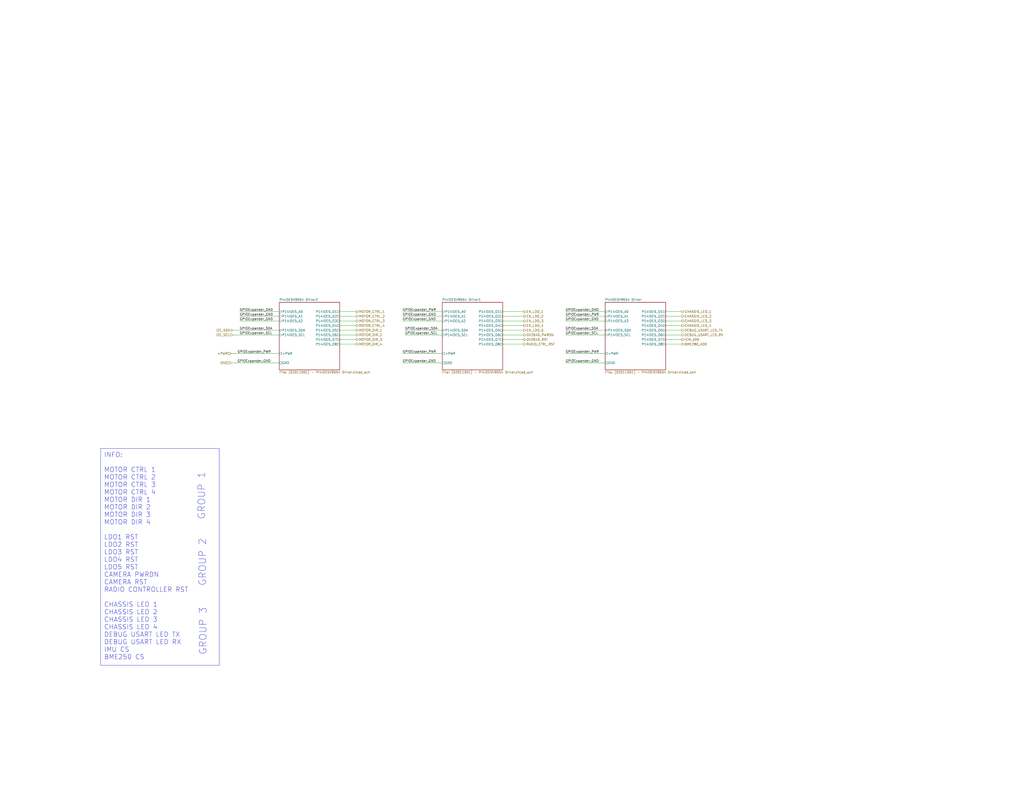
<source format=kicad_sch>
(kicad_sch
	(version 20231120)
	(generator "eeschema")
	(generator_version "8.0")
	(uuid "3b761d79-f25f-470e-a86b-84969fa3bc68")
	(paper "C")
	(title_block
		(comment 2 "DRAFT")
	)
	(lib_symbols)
	(wire
		(pts
			(xy 308.61 193.04) (xy 330.2 193.04)
		)
		(stroke
			(width 0)
			(type default)
		)
		(uuid "03216be7-aa34-4bed-ac33-22601226b5cf")
	)
	(wire
		(pts
			(xy 274.32 170.18) (xy 285.75 170.18)
		)
		(stroke
			(width 0)
			(type default)
		)
		(uuid "123d692a-1628-4ab8-80d0-f6b656edcab2")
	)
	(wire
		(pts
			(xy 363.22 170.18) (xy 372.11 170.18)
		)
		(stroke
			(width 0)
			(type default)
		)
		(uuid "1563127d-4651-43da-9221-ea1b07b44c2a")
	)
	(wire
		(pts
			(xy 308.61 175.26) (xy 330.2 175.26)
		)
		(stroke
			(width 0)
			(type default)
		)
		(uuid "158c4e51-3c48-4aa3-bdbc-f52a68cb280e")
	)
	(wire
		(pts
			(xy 125.73 193.04) (xy 152.4 193.04)
		)
		(stroke
			(width 0)
			(type default)
		)
		(uuid "1c84045d-4b2b-45cb-8a14-2888739a6358")
	)
	(wire
		(pts
			(xy 363.22 177.8) (xy 372.11 177.8)
		)
		(stroke
			(width 0)
			(type default)
		)
		(uuid "1ed9f33f-e160-40d3-bb40-030b9c490a5d")
	)
	(wire
		(pts
			(xy 308.61 182.88) (xy 330.2 182.88)
		)
		(stroke
			(width 0)
			(type default)
		)
		(uuid "32590b06-b8b6-4416-8fb0-925e89fac6fd")
	)
	(wire
		(pts
			(xy 185.42 172.72) (xy 194.31 172.72)
		)
		(stroke
			(width 0)
			(type default)
		)
		(uuid "34033ef6-223c-4501-b0fd-85ad8bccbf61")
	)
	(wire
		(pts
			(xy 363.22 172.72) (xy 372.11 172.72)
		)
		(stroke
			(width 0)
			(type default)
		)
		(uuid "36e05ccc-efc0-46df-8a67-96a25a8aa9b2")
	)
	(wire
		(pts
			(xy 125.73 198.12) (xy 152.4 198.12)
		)
		(stroke
			(width 0)
			(type default)
		)
		(uuid "38c8591e-cca4-4982-9b7d-c1e47a66926b")
	)
	(wire
		(pts
			(xy 308.61 198.12) (xy 330.2 198.12)
		)
		(stroke
			(width 0)
			(type default)
		)
		(uuid "3b4dd838-a391-4000-b56d-e133b9ca2d20")
	)
	(wire
		(pts
			(xy 363.22 185.42) (xy 372.11 185.42)
		)
		(stroke
			(width 0)
			(type default)
		)
		(uuid "4091e28c-7a46-4811-a504-0fabd0de8e46")
	)
	(wire
		(pts
			(xy 220.98 180.34) (xy 241.3 180.34)
		)
		(stroke
			(width 0)
			(type default)
		)
		(uuid "4ff25845-eff9-4418-8b5c-432a61373f35")
	)
	(wire
		(pts
			(xy 130.81 175.26) (xy 152.4 175.26)
		)
		(stroke
			(width 0)
			(type default)
		)
		(uuid "578b18a0-2305-4b58-a60c-8b975440c028")
	)
	(wire
		(pts
			(xy 274.32 175.26) (xy 285.75 175.26)
		)
		(stroke
			(width 0)
			(type default)
		)
		(uuid "60c5f379-2711-444f-98b7-fcfd3ab4a94a")
	)
	(wire
		(pts
			(xy 219.71 172.72) (xy 241.3 172.72)
		)
		(stroke
			(width 0)
			(type default)
		)
		(uuid "6dffd0cb-94f0-416a-9646-89ef5d25e481")
	)
	(wire
		(pts
			(xy 185.42 177.8) (xy 194.31 177.8)
		)
		(stroke
			(width 0)
			(type default)
		)
		(uuid "714ae772-2cab-4e63-b69a-7dbeeb4af4d2")
	)
	(wire
		(pts
			(xy 274.32 180.34) (xy 285.75 180.34)
		)
		(stroke
			(width 0)
			(type default)
		)
		(uuid "7167d79a-bae4-40c2-bbbe-dfbc75888056")
	)
	(wire
		(pts
			(xy 363.22 187.96) (xy 372.11 187.96)
		)
		(stroke
			(width 0)
			(type default)
		)
		(uuid "76bb3f89-f320-47a0-8cf1-96f90cc31d6b")
	)
	(wire
		(pts
			(xy 185.42 180.34) (xy 194.31 180.34)
		)
		(stroke
			(width 0)
			(type default)
		)
		(uuid "7b8d1505-17dd-461c-9b09-673d9e96b8ee")
	)
	(wire
		(pts
			(xy 130.81 170.18) (xy 152.4 170.18)
		)
		(stroke
			(width 0)
			(type default)
		)
		(uuid "7c5b3566-e1be-4cb0-9049-c2bfc69417a0")
	)
	(wire
		(pts
			(xy 219.71 193.04) (xy 241.3 193.04)
		)
		(stroke
			(width 0)
			(type default)
		)
		(uuid "7cfbfaa0-26ca-4ce7-9833-71f04cf23075")
	)
	(wire
		(pts
			(xy 363.22 180.34) (xy 372.11 180.34)
		)
		(stroke
			(width 0)
			(type default)
		)
		(uuid "87746377-158d-4a74-8554-d8cdbb242dd6")
	)
	(wire
		(pts
			(xy 274.32 182.88) (xy 285.75 182.88)
		)
		(stroke
			(width 0)
			(type default)
		)
		(uuid "8797ceb7-c671-4402-a11a-2643fdeba379")
	)
	(wire
		(pts
			(xy 308.61 180.34) (xy 330.2 180.34)
		)
		(stroke
			(width 0)
			(type default)
		)
		(uuid "8e7da18d-f87e-463c-a5a6-7dbfb07b9803")
	)
	(wire
		(pts
			(xy 363.22 175.26) (xy 372.11 175.26)
		)
		(stroke
			(width 0)
			(type default)
		)
		(uuid "92628dc6-be4f-4681-9aa9-84bdf840c930")
	)
	(wire
		(pts
			(xy 219.71 198.12) (xy 241.3 198.12)
		)
		(stroke
			(width 0)
			(type default)
		)
		(uuid "93e90b88-cda3-460b-99a7-fe911c6cfcc5")
	)
	(wire
		(pts
			(xy 308.61 170.18) (xy 330.2 170.18)
		)
		(stroke
			(width 0)
			(type default)
		)
		(uuid "9647b19a-b9d3-4ca8-a5a6-f07c06b9b5a2")
	)
	(wire
		(pts
			(xy 363.22 182.88) (xy 372.11 182.88)
		)
		(stroke
			(width 0)
			(type default)
		)
		(uuid "98e0a43b-524c-4a0a-9f64-da1c970ce484")
	)
	(wire
		(pts
			(xy 185.42 187.96) (xy 194.31 187.96)
		)
		(stroke
			(width 0)
			(type default)
		)
		(uuid "9c5ba4c4-2bee-4440-a329-68c1b3bc0b83")
	)
	(wire
		(pts
			(xy 185.42 170.18) (xy 194.31 170.18)
		)
		(stroke
			(width 0)
			(type default)
		)
		(uuid "9ccada67-cd93-41b9-b8f5-3edab9fa8304")
	)
	(wire
		(pts
			(xy 274.32 172.72) (xy 285.75 172.72)
		)
		(stroke
			(width 0)
			(type default)
		)
		(uuid "9e2e9d95-f7be-4a8a-b4bc-ce938c7bbe40")
	)
	(wire
		(pts
			(xy 308.61 172.72) (xy 330.2 172.72)
		)
		(stroke
			(width 0)
			(type default)
		)
		(uuid "a4d37269-b356-4471-b57a-473586b55660")
	)
	(wire
		(pts
			(xy 220.98 182.88) (xy 241.3 182.88)
		)
		(stroke
			(width 0)
			(type default)
		)
		(uuid "acaca03f-0904-48cf-9ac5-2e7f5732850b")
	)
	(wire
		(pts
			(xy 127 180.34) (xy 152.4 180.34)
		)
		(stroke
			(width 0)
			(type default)
		)
		(uuid "b4c60cff-a933-4f81-aaea-442eab6138f7")
	)
	(wire
		(pts
			(xy 185.42 182.88) (xy 194.31 182.88)
		)
		(stroke
			(width 0)
			(type default)
		)
		(uuid "b5de85dc-879a-4518-95f7-994a187f4b91")
	)
	(wire
		(pts
			(xy 274.32 185.42) (xy 285.75 185.42)
		)
		(stroke
			(width 0)
			(type default)
		)
		(uuid "c8a7e3ef-eaf7-4821-bd4e-0c5202481a61")
	)
	(wire
		(pts
			(xy 185.42 175.26) (xy 194.31 175.26)
		)
		(stroke
			(width 0)
			(type default)
		)
		(uuid "cc2d297e-82fd-498b-a05d-6da1a067a252")
	)
	(wire
		(pts
			(xy 219.71 175.26) (xy 241.3 175.26)
		)
		(stroke
			(width 0)
			(type default)
		)
		(uuid "d6cfb087-d7dd-4cc3-8e80-b39ca0f830a4")
	)
	(wire
		(pts
			(xy 274.32 187.96) (xy 285.75 187.96)
		)
		(stroke
			(width 0)
			(type default)
		)
		(uuid "e23c1e94-7460-4fe0-9eb4-663ec2e0b39e")
	)
	(wire
		(pts
			(xy 185.42 185.42) (xy 194.31 185.42)
		)
		(stroke
			(width 0)
			(type default)
		)
		(uuid "e7c3cae9-cb1e-4f3b-9225-f0426bb52389")
	)
	(wire
		(pts
			(xy 127 182.88) (xy 152.4 182.88)
		)
		(stroke
			(width 0)
			(type default)
		)
		(uuid "e94b0280-5191-48e0-8883-9b6f396e3758")
	)
	(wire
		(pts
			(xy 130.81 172.72) (xy 152.4 172.72)
		)
		(stroke
			(width 0)
			(type default)
		)
		(uuid "eb14fba3-7272-4827-be00-b9234dedcbee")
	)
	(wire
		(pts
			(xy 274.32 177.8) (xy 285.75 177.8)
		)
		(stroke
			(width 0)
			(type default)
		)
		(uuid "f0fba5c8-9b35-4a92-9e60-fb41b5bf3620")
	)
	(wire
		(pts
			(xy 219.71 170.18) (xy 241.3 170.18)
		)
		(stroke
			(width 0)
			(type default)
		)
		(uuid "f54e569e-381f-4666-be2b-c4b4b4c3d597")
	)
	(text_box "INFO:\n\nMOTOR CTRL 1\nMOTOR CTRL 2\nMOTOR CTRL 3\nMOTOR CTRL 4\nMOTOR DIR 1\nMOTOR DIR 2\nMOTOR DIR 3\nMOTOR DIR 4\n\nLDO1 RST\nLDO2 RST\nLDO3 RST\nLDO4 RST\nLDO5 RST\nCAMERA PWRDN\nCAMERA RST\nRADIO CONTROLLER RST\n\nCHASSIS LED 1\nCHASSIS LED 2\nCHASSIS LED 3\nCHASSIS LED 4\nDEBUG USART LED TX\nDEBUG USART LED RX\nIMU CS\nBME250 CS"
		(exclude_from_sim no)
		(at 54.864 244.856 0)
		(size 64.77 118.364)
		(stroke
			(width 0)
			(type default)
		)
		(fill
			(type none)
		)
		(effects
			(font
				(size 2.54 2.54)
			)
			(justify left top)
		)
		(uuid "78a8820e-927c-4fb5-a472-e94053d9a236")
	)
	(text "GROUP 3"
		(exclude_from_sim no)
		(at 110.744 344.678 90)
		(effects
			(font
				(size 3.81 3.81)
			)
		)
		(uuid "038c9d31-67e4-4c94-9e72-963ef1325cd5")
	)
	(text "GROUP 2"
		(exclude_from_sim no)
		(at 110.49 307.086 90)
		(effects
			(font
				(size 3.81 3.81)
			)
		)
		(uuid "5e7c440f-4fcc-4682-a5d2-37a3ce6f71a0")
	)
	(text "GROUP 1"
		(exclude_from_sim no)
		(at 109.982 270.764 90)
		(effects
			(font
				(size 3.81 3.81)
			)
		)
		(uuid "96b68bb5-74bd-4f94-8b52-0eb350089ab7")
	)
	(label "GPIOExpander_PWR"
		(at 308.61 172.72 0)
		(fields_autoplaced yes)
		(effects
			(font
				(size 1.27 1.27)
			)
			(justify left bottom)
		)
		(uuid "13afc189-7ace-4f6f-b3ba-ecadfe0cfff5")
	)
	(label "GPIOExpander_GND"
		(at 308.61 170.18 0)
		(fields_autoplaced yes)
		(effects
			(font
				(size 1.27 1.27)
			)
			(justify left bottom)
		)
		(uuid "13bd4d31-7010-47b0-a5ba-dff6a4657635")
	)
	(label "GPIOExpander_GND"
		(at 219.71 172.72 0)
		(fields_autoplaced yes)
		(effects
			(font
				(size 1.27 1.27)
			)
			(justify left bottom)
		)
		(uuid "1b6d58c4-65b9-4f0d-9d5d-3ac558ae11da")
	)
	(label "GPIOExpander_GND"
		(at 129.54 198.12 0)
		(fields_autoplaced yes)
		(effects
			(font
				(size 1.27 1.27)
			)
			(justify left bottom)
		)
		(uuid "1feb80be-fd01-4de7-b62b-fc3b7207602c")
	)
	(label "GPIOExpander_GND"
		(at 130.81 170.18 0)
		(fields_autoplaced yes)
		(effects
			(font
				(size 1.27 1.27)
			)
			(justify left bottom)
		)
		(uuid "2091580d-dedb-488d-84f4-ea716de88420")
	)
	(label "GPIOExpander_PWR"
		(at 219.71 193.04 0)
		(fields_autoplaced yes)
		(effects
			(font
				(size 1.27 1.27)
			)
			(justify left bottom)
		)
		(uuid "32a6149f-727c-46b7-90b8-4526563856f8")
	)
	(label "GPIOExpander_SDA"
		(at 308.61 180.34 0)
		(fields_autoplaced yes)
		(effects
			(font
				(size 1.27 1.27)
			)
			(justify left bottom)
		)
		(uuid "35690879-69ca-4435-b754-231d96e4ed7d")
	)
	(label "GPIOExpander_PWR"
		(at 308.61 193.04 0)
		(fields_autoplaced yes)
		(effects
			(font
				(size 1.27 1.27)
			)
			(justify left bottom)
		)
		(uuid "53f1e2bf-4132-4a17-a706-8c62f5e9aaf7")
	)
	(label "GPIOExpander_GND"
		(at 308.61 198.12 0)
		(fields_autoplaced yes)
		(effects
			(font
				(size 1.27 1.27)
			)
			(justify left bottom)
		)
		(uuid "576d6b05-1916-4ac1-89b2-c8b2c9bb587e")
	)
	(label "GPIOExpander_GND"
		(at 219.71 198.12 0)
		(fields_autoplaced yes)
		(effects
			(font
				(size 1.27 1.27)
			)
			(justify left bottom)
		)
		(uuid "600f0706-ced9-40b7-ba2f-c87dbc954c7e")
	)
	(label "GPIOExpander_GND"
		(at 308.61 175.26 0)
		(fields_autoplaced yes)
		(effects
			(font
				(size 1.27 1.27)
			)
			(justify left bottom)
		)
		(uuid "63896a66-3039-4af4-a710-8e449b7ec065")
	)
	(label "GPIOExpander_SDA"
		(at 220.98 180.34 0)
		(fields_autoplaced yes)
		(effects
			(font
				(size 1.27 1.27)
			)
			(justify left bottom)
		)
		(uuid "8a0d2b27-c1bb-4bf8-99ef-f3fda6cb49e6")
	)
	(label "GPIOExpander_GND"
		(at 130.81 172.72 0)
		(fields_autoplaced yes)
		(effects
			(font
				(size 1.27 1.27)
			)
			(justify left bottom)
		)
		(uuid "8cc33680-ef54-446d-9df6-b81093b41b07")
	)
	(label "GPIOExpander_PWR"
		(at 129.54 193.04 0)
		(fields_autoplaced yes)
		(effects
			(font
				(size 1.27 1.27)
			)
			(justify left bottom)
		)
		(uuid "95354ccf-dcfb-41e6-82a9-d27b72f8c4fd")
	)
	(label "GPIOExpander_SCL"
		(at 308.61 182.88 0)
		(fields_autoplaced yes)
		(effects
			(font
				(size 1.27 1.27)
			)
			(justify left bottom)
		)
		(uuid "a2da0d13-b6ad-4076-8341-ee3fb73f879d")
	)
	(label "GPIOExpander_PWR"
		(at 219.71 170.18 0)
		(fields_autoplaced yes)
		(effects
			(font
				(size 1.27 1.27)
			)
			(justify left bottom)
		)
		(uuid "a8aba5c6-f565-4385-bfad-fc82635006fe")
	)
	(label "GPIOExpander_SCL"
		(at 130.81 182.88 0)
		(fields_autoplaced yes)
		(effects
			(font
				(size 1.27 1.27)
			)
			(justify left bottom)
		)
		(uuid "b281ad21-a512-4f24-bf2f-b03e36dc81de")
	)
	(label "GPIOExpander_SDA"
		(at 130.81 180.34 0)
		(fields_autoplaced yes)
		(effects
			(font
				(size 1.27 1.27)
			)
			(justify left bottom)
		)
		(uuid "ceec8b43-b0b1-485b-b4f9-c630a23c5745")
	)
	(label "GPIOExpander_GND"
		(at 130.81 175.26 0)
		(fields_autoplaced yes)
		(effects
			(font
				(size 1.27 1.27)
			)
			(justify left bottom)
		)
		(uuid "e5a8287d-9914-4334-93c8-b047001939bb")
	)
	(label "GPIOExpander_SCL"
		(at 220.98 182.88 0)
		(fields_autoplaced yes)
		(effects
			(font
				(size 1.27 1.27)
			)
			(justify left bottom)
		)
		(uuid "ee498cf8-f11f-4e06-bfee-740eac1661f6")
	)
	(label "GPIOExpander_GND"
		(at 219.71 175.26 0)
		(fields_autoplaced yes)
		(effects
			(font
				(size 1.27 1.27)
			)
			(justify left bottom)
		)
		(uuid "fa1b1e6e-3223-43a7-98b8-f74dfc29c690")
	)
	(hierarchical_label "DEBUG_USART_LED_RX"
		(shape output)
		(at 372.11 182.88 0)
		(fields_autoplaced yes)
		(effects
			(font
				(size 1.27 1.27)
			)
			(justify left)
		)
		(uuid "06b75889-c1f9-401b-9126-055e0c4a205b")
	)
	(hierarchical_label "MOTOR_CTRL_2"
		(shape output)
		(at 194.31 172.72 0)
		(fields_autoplaced yes)
		(effects
			(font
				(size 1.27 1.27)
			)
			(justify left)
		)
		(uuid "07d56e2b-a07b-441d-b911-c4c4d9ef3807")
	)
	(hierarchical_label "EN_LDO_5"
		(shape output)
		(at 285.75 180.34 0)
		(fields_autoplaced yes)
		(effects
			(font
				(size 1.27 1.27)
			)
			(justify left)
		)
		(uuid "170d0880-8123-494a-98c2-61e557219323")
	)
	(hierarchical_label "MOTOR_CTRL_1"
		(shape output)
		(at 194.31 170.18 0)
		(fields_autoplaced yes)
		(effects
			(font
				(size 1.27 1.27)
			)
			(justify left)
		)
		(uuid "1a433679-a63a-40c0-a0cf-c46869eee5aa")
	)
	(hierarchical_label "OV2640_RST"
		(shape output)
		(at 285.75 185.42 0)
		(fields_autoplaced yes)
		(effects
			(font
				(size 1.27 1.27)
			)
			(justify left)
		)
		(uuid "3e2f19dd-278a-4d0f-8f4c-9d000e85feec")
	)
	(hierarchical_label "CHASSIS_LED_2"
		(shape output)
		(at 372.11 172.72 0)
		(fields_autoplaced yes)
		(effects
			(font
				(size 1.27 1.27)
			)
			(justify left)
		)
		(uuid "5018abae-cc47-4d98-9494-d32ea79ba078")
	)
	(hierarchical_label "DEBUG_USART_LED_TX"
		(shape output)
		(at 372.11 180.34 0)
		(fields_autoplaced yes)
		(effects
			(font
				(size 1.27 1.27)
			)
			(justify left)
		)
		(uuid "50365b68-a8ab-47c7-94d3-e2b802838b6d")
	)
	(hierarchical_label "ICM_AD0"
		(shape output)
		(at 372.11 185.42 0)
		(fields_autoplaced yes)
		(effects
			(font
				(size 1.27 1.27)
			)
			(justify left)
		)
		(uuid "62e1fcf8-e5c2-4168-8d3b-03dec6593133")
	)
	(hierarchical_label "EN_LDO_1"
		(shape output)
		(at 285.75 170.18 0)
		(fields_autoplaced yes)
		(effects
			(font
				(size 1.27 1.27)
			)
			(justify left)
		)
		(uuid "6630b490-9061-4d64-9d75-cb6f8d1a2418")
	)
	(hierarchical_label "+PWR"
		(shape passive)
		(at 125.73 193.04 180)
		(fields_autoplaced yes)
		(effects
			(font
				(size 1.27 1.27)
			)
			(justify right)
		)
		(uuid "6c6afde7-9782-4adc-af99-2f82fa8736a7")
	)
	(hierarchical_label "BME280_AD0"
		(shape output)
		(at 372.11 187.96 0)
		(fields_autoplaced yes)
		(effects
			(font
				(size 1.27 1.27)
			)
			(justify left)
		)
		(uuid "705f771c-9015-4d48-83d6-23ea7f541cbc")
	)
	(hierarchical_label "MOTOR_DIR_1"
		(shape output)
		(at 194.31 180.34 0)
		(fields_autoplaced yes)
		(effects
			(font
				(size 1.27 1.27)
			)
			(justify left)
		)
		(uuid "8426841b-5880-4513-9e72-648b377edffe")
	)
	(hierarchical_label "CHASSIS_LED_1"
		(shape output)
		(at 372.11 170.18 0)
		(fields_autoplaced yes)
		(effects
			(font
				(size 1.27 1.27)
			)
			(justify left)
		)
		(uuid "9610cce3-3603-44d5-8d60-3906ef656d27")
	)
	(hierarchical_label "MOTOR_DIR_4"
		(shape output)
		(at 194.31 187.96 0)
		(fields_autoplaced yes)
		(effects
			(font
				(size 1.27 1.27)
			)
			(justify left)
		)
		(uuid "a26dffde-4efc-4315-963e-b2a6d4e271a9")
	)
	(hierarchical_label "EN_LDO_2"
		(shape output)
		(at 285.75 172.72 0)
		(fields_autoplaced yes)
		(effects
			(font
				(size 1.27 1.27)
			)
			(justify left)
		)
		(uuid "ba953b8b-d132-4427-9893-7b028710b9b3")
	)
	(hierarchical_label "CHASSIS_LED_3"
		(shape output)
		(at 372.11 175.26 0)
		(fields_autoplaced yes)
		(effects
			(font
				(size 1.27 1.27)
			)
			(justify left)
		)
		(uuid "bffeeb8a-787c-4d66-9773-e41756f0dc7b")
	)
	(hierarchical_label "EN_LDO_4"
		(shape output)
		(at 285.75 177.8 0)
		(fields_autoplaced yes)
		(effects
			(font
				(size 1.27 1.27)
			)
			(justify left)
		)
		(uuid "c05768e9-843a-48b5-8607-039a9add3a64")
	)
	(hierarchical_label "MOTOR_CTRL_4"
		(shape output)
		(at 194.31 177.8 0)
		(fields_autoplaced yes)
		(effects
			(font
				(size 1.27 1.27)
			)
			(justify left)
		)
		(uuid "c7da4f1f-3540-43e9-8e37-a3f0ac61170c")
	)
	(hierarchical_label "CHASSIS_LED_4"
		(shape output)
		(at 372.11 177.8 0)
		(fields_autoplaced yes)
		(effects
			(font
				(size 1.27 1.27)
			)
			(justify left)
		)
		(uuid "cc3c29ed-f357-40f2-a0c8-68ed7bee99de")
	)
	(hierarchical_label "OV2640_PWRDN"
		(shape output)
		(at 285.75 182.88 0)
		(fields_autoplaced yes)
		(effects
			(font
				(size 1.27 1.27)
			)
			(justify left)
		)
		(uuid "d2a42b6e-b945-4a28-a5b9-10d2a0edf1e1")
	)
	(hierarchical_label "RADIO_CTRL_RST"
		(shape output)
		(at 285.75 187.96 0)
		(fields_autoplaced yes)
		(effects
			(font
				(size 1.27 1.27)
			)
			(justify left)
		)
		(uuid "d3bd0341-0b00-4eae-a6f6-c37105dce619")
	)
	(hierarchical_label "I2C_SCL"
		(shape input)
		(at 127 182.88 180)
		(fields_autoplaced yes)
		(effects
			(font
				(size 1.27 1.27)
			)
			(justify right)
		)
		(uuid "e05d8f7f-57d5-4bc9-891f-1660d6bf533e")
	)
	(hierarchical_label "MOTOR_CTRL_3"
		(shape output)
		(at 194.31 175.26 0)
		(fields_autoplaced yes)
		(effects
			(font
				(size 1.27 1.27)
			)
			(justify left)
		)
		(uuid "e1341811-89f8-4df2-92ab-b83251246498")
	)
	(hierarchical_label "GND"
		(shape passive)
		(at 125.73 198.12 180)
		(fields_autoplaced yes)
		(effects
			(font
				(size 1.27 1.27)
			)
			(justify right)
		)
		(uuid "e149d4f8-2c4d-4e6b-a4fe-1fe51cbde3a3")
	)
	(hierarchical_label "EN_LDO_3"
		(shape output)
		(at 285.75 175.26 0)
		(fields_autoplaced yes)
		(effects
			(font
				(size 1.27 1.27)
			)
			(justify left)
		)
		(uuid "e8877cd3-ec59-4ad2-a471-3e55f29535e4")
	)
	(hierarchical_label "MOTOR_DIR_3"
		(shape output)
		(at 194.31 185.42 0)
		(fields_autoplaced yes)
		(effects
			(font
				(size 1.27 1.27)
			)
			(justify left)
		)
		(uuid "f16da7e7-c31f-4244-bfcb-057610d1725a")
	)
	(hierarchical_label "MOTOR_DIR_2"
		(shape output)
		(at 194.31 182.88 0)
		(fields_autoplaced yes)
		(effects
			(font
				(size 1.27 1.27)
			)
			(justify left)
		)
		(uuid "f17414a2-e116-4130-9a33-b17e979131f7")
	)
	(hierarchical_label "I2C_SDA"
		(shape bidirectional)
		(at 127 180.34 180)
		(fields_autoplaced yes)
		(effects
			(font
				(size 1.27 1.27)
			)
			(justify right)
		)
		(uuid "fe34c88a-2ea3-4fe1-b753-daaaeba871a9")
	)
	(sheet
		(at 241.3 165.1)
		(size 33.02 36.83)
		(fields_autoplaced yes)
		(stroke
			(width 0.1524)
			(type solid)
		)
		(fill
			(color 0 0 0 0.0000)
		)
		(uuid "4aa5fc72-b0e4-468f-a956-77c8e7b00bf8")
		(property "Sheetname" "PI4IOE5V9554 Driver1"
			(at 241.3 164.3884 0)
			(effects
				(font
					(size 1.27 1.27)
				)
				(justify left bottom)
			)
		)
		(property "Sheetfile" "[02011001] - PI4IOE5V9554 Driver.kicad_sch"
			(at 241.3 202.5146 0)
			(effects
				(font
					(size 1.27 1.27)
				)
				(justify left top)
			)
		)
		(pin "GND" passive
			(at 241.3 198.12 180)
			(effects
				(font
					(size 1.27 1.27)
				)
				(justify left)
			)
			(uuid "5635fb2f-5f20-4c1d-849c-909b9a67aed0")
		)
		(pin "+PWR" passive
			(at 241.3 193.04 180)
			(effects
				(font
					(size 1.27 1.27)
				)
				(justify left)
			)
			(uuid "0b856da5-e1ab-4a61-804d-37c90ebb8c82")
		)
		(pin "P14IOE5_O5" output
			(at 274.32 180.34 0)
			(effects
				(font
					(size 1.27 1.27)
				)
				(justify right)
			)
			(uuid "dc689531-4875-4516-93f0-9f983a2a6af0")
		)
		(pin "P14IOE5_O4" output
			(at 274.32 177.8 0)
			(effects
				(font
					(size 1.27 1.27)
				)
				(justify right)
			)
			(uuid "3ca2fb55-604e-4d75-a726-fca8ae3c7ef0")
		)
		(pin "P14IOE5_O7" output
			(at 274.32 185.42 0)
			(effects
				(font
					(size 1.27 1.27)
				)
				(justify right)
			)
			(uuid "f4acb444-44fb-431e-8b7d-f2638936a50a")
		)
		(pin "P14IOE5_SCL" input
			(at 241.3 182.88 180)
			(effects
				(font
					(size 1.27 1.27)
				)
				(justify left)
			)
			(uuid "8f16ecca-7180-4dc0-ad71-209f69039be5")
		)
		(pin "P14IOE5_A2" input
			(at 241.3 175.26 180)
			(effects
				(font
					(size 1.27 1.27)
				)
				(justify left)
			)
			(uuid "c8432a1f-7bb9-43af-b307-ef33db74aee8")
		)
		(pin "P14IOE5_A1" input
			(at 241.3 172.72 180)
			(effects
				(font
					(size 1.27 1.27)
				)
				(justify left)
			)
			(uuid "c6b78164-b454-4065-afe0-a9f7081dd666")
		)
		(pin "P14IOE5_A0" input
			(at 241.3 170.18 180)
			(effects
				(font
					(size 1.27 1.27)
				)
				(justify left)
			)
			(uuid "52392bf0-e182-492a-a519-34ccb50ab598")
		)
		(pin "P14IOE5_O1" output
			(at 274.32 170.18 0)
			(effects
				(font
					(size 1.27 1.27)
				)
				(justify right)
			)
			(uuid "87358dff-9ee6-4b63-b895-5743969b42c2")
		)
		(pin "P14IOE5_O2" output
			(at 274.32 172.72 0)
			(effects
				(font
					(size 1.27 1.27)
				)
				(justify right)
			)
			(uuid "f1a4330b-5900-4946-82a7-48108d121cd2")
		)
		(pin "P14IOE5_O8" output
			(at 274.32 187.96 0)
			(effects
				(font
					(size 1.27 1.27)
				)
				(justify right)
			)
			(uuid "387c6ce6-c0a3-44f4-96f4-3d7e48d62c29")
		)
		(pin "P14IOE5_O6" output
			(at 274.32 182.88 0)
			(effects
				(font
					(size 1.27 1.27)
				)
				(justify right)
			)
			(uuid "8d8b4ee7-92e2-407b-b07f-27399d0eecee")
		)
		(pin "P14IOE5_O3" output
			(at 274.32 175.26 0)
			(effects
				(font
					(size 1.27 1.27)
				)
				(justify right)
			)
			(uuid "10d2f57c-a53e-4e82-9673-8b0ff4a82b4c")
		)
		(pin "P14IOE5_SDA" bidirectional
			(at 241.3 180.34 180)
			(effects
				(font
					(size 1.27 1.27)
				)
				(justify left)
			)
			(uuid "2ddee8c6-cee7-4cf1-85cf-02b818a18ece")
		)
		(instances
			(project "_Sub_HW_Qcopter"
				(path "/b8703f06-b3da-4de2-b217-f104939b36e8/6184e84e-040e-4878-8152-76cf0b949e21/e826979f-4a88-401c-bba5-a1c30231907a/fb6a3e3b-62bf-46c5-8e5c-2b17482b433c"
					(page "26")
				)
			)
		)
	)
	(sheet
		(at 152.4 165.1)
		(size 33.02 36.83)
		(fields_autoplaced yes)
		(stroke
			(width 0.1524)
			(type solid)
		)
		(fill
			(color 0 0 0 0.0000)
		)
		(uuid "7ce3b4a8-8ccf-41cc-bcee-c6347bfd94ee")
		(property "Sheetname" "PI4IOE5V9554 Driver2"
			(at 152.4 164.3884 0)
			(effects
				(font
					(size 1.27 1.27)
				)
				(justify left bottom)
			)
		)
		(property "Sheetfile" "[02011001] - PI4IOE5V9554 Driver.kicad_sch"
			(at 152.4 202.5146 0)
			(effects
				(font
					(size 1.27 1.27)
				)
				(justify left top)
			)
		)
		(pin "GND" passive
			(at 152.4 198.12 180)
			(effects
				(font
					(size 1.27 1.27)
				)
				(justify left)
			)
			(uuid "cabe1c51-41ee-450c-979b-e0e9a0fd17be")
		)
		(pin "+PWR" passive
			(at 152.4 193.04 180)
			(effects
				(font
					(size 1.27 1.27)
				)
				(justify left)
			)
			(uuid "b42b7af4-8c18-48f2-9b7e-b0b95f559f73")
		)
		(pin "P14IOE5_O5" output
			(at 185.42 180.34 0)
			(effects
				(font
					(size 1.27 1.27)
				)
				(justify right)
			)
			(uuid "3551ed06-2fdf-4783-8b68-594700633460")
		)
		(pin "P14IOE5_O4" output
			(at 185.42 177.8 0)
			(effects
				(font
					(size 1.27 1.27)
				)
				(justify right)
			)
			(uuid "8057ee20-c3cd-4730-b386-25fd3185d9be")
		)
		(pin "P14IOE5_O7" output
			(at 185.42 185.42 0)
			(effects
				(font
					(size 1.27 1.27)
				)
				(justify right)
			)
			(uuid "92640e3f-6119-45e6-8370-fce2e7090092")
		)
		(pin "P14IOE5_SCL" input
			(at 152.4 182.88 180)
			(effects
				(font
					(size 1.27 1.27)
				)
				(justify left)
			)
			(uuid "1d020ff8-14e2-4090-a2d5-741e8a3ec02b")
		)
		(pin "P14IOE5_A2" input
			(at 152.4 175.26 180)
			(effects
				(font
					(size 1.27 1.27)
				)
				(justify left)
			)
			(uuid "9e012c7c-8877-4a8a-b93a-2e1d2d780c4f")
		)
		(pin "P14IOE5_A1" input
			(at 152.4 172.72 180)
			(effects
				(font
					(size 1.27 1.27)
				)
				(justify left)
			)
			(uuid "fafdac27-5d1a-4cb9-ad5c-0d398358b896")
		)
		(pin "P14IOE5_A0" input
			(at 152.4 170.18 180)
			(effects
				(font
					(size 1.27 1.27)
				)
				(justify left)
			)
			(uuid "82e6cb68-f454-4534-9144-a6030e4cff1b")
		)
		(pin "P14IOE5_O1" output
			(at 185.42 170.18 0)
			(effects
				(font
					(size 1.27 1.27)
				)
				(justify right)
			)
			(uuid "f9d02e09-91f2-413c-93a4-bb832ff501d2")
		)
		(pin "P14IOE5_O2" output
			(at 185.42 172.72 0)
			(effects
				(font
					(size 1.27 1.27)
				)
				(justify right)
			)
			(uuid "fb426093-c956-4ec2-b71e-7c413ee44f34")
		)
		(pin "P14IOE5_O8" output
			(at 185.42 187.96 0)
			(effects
				(font
					(size 1.27 1.27)
				)
				(justify right)
			)
			(uuid "758104f7-a4f1-46e1-a7ff-04ee60f61bbe")
		)
		(pin "P14IOE5_O6" output
			(at 185.42 182.88 0)
			(effects
				(font
					(size 1.27 1.27)
				)
				(justify right)
			)
			(uuid "368fd5ae-9349-4409-9c52-83f9959d7edb")
		)
		(pin "P14IOE5_O3" output
			(at 185.42 175.26 0)
			(effects
				(font
					(size 1.27 1.27)
				)
				(justify right)
			)
			(uuid "4698f6a9-6477-4d88-a253-a9f59b5c5581")
		)
		(pin "P14IOE5_SDA" bidirectional
			(at 152.4 180.34 180)
			(effects
				(font
					(size 1.27 1.27)
				)
				(justify left)
			)
			(uuid "78895603-970f-4bf7-8c16-43212bc78302")
		)
		(instances
			(project "_Sub_HW_Qcopter"
				(path "/b8703f06-b3da-4de2-b217-f104939b36e8/6184e84e-040e-4878-8152-76cf0b949e21/e826979f-4a88-401c-bba5-a1c30231907a/fb6a3e3b-62bf-46c5-8e5c-2b17482b433c"
					(page "27")
				)
			)
		)
	)
	(sheet
		(at 330.2 165.1)
		(size 33.02 36.83)
		(fields_autoplaced yes)
		(stroke
			(width 0.1524)
			(type solid)
		)
		(fill
			(color 0 0 0 0.0000)
		)
		(uuid "c66787b8-a69a-4286-87e1-ab899f33d9d0")
		(property "Sheetname" "PI4IOE5V9554 Driver"
			(at 330.2 164.3884 0)
			(effects
				(font
					(size 1.27 1.27)
				)
				(justify left bottom)
			)
		)
		(property "Sheetfile" "[02011001] - PI4IOE5V9554 Driver.kicad_sch"
			(at 330.2 202.5146 0)
			(effects
				(font
					(size 1.27 1.27)
				)
				(justify left top)
			)
		)
		(pin "GND" passive
			(at 330.2 198.12 180)
			(effects
				(font
					(size 1.27 1.27)
				)
				(justify left)
			)
			(uuid "300b19d3-5ea3-4322-a5a7-540848d0fcc3")
		)
		(pin "+PWR" passive
			(at 330.2 193.04 180)
			(effects
				(font
					(size 1.27 1.27)
				)
				(justify left)
			)
			(uuid "75977cb1-8081-405a-88ce-c46cd285e146")
		)
		(pin "P14IOE5_O5" output
			(at 363.22 180.34 0)
			(effects
				(font
					(size 1.27 1.27)
				)
				(justify right)
			)
			(uuid "022c89d5-c4ac-4c40-9e1f-d390961b9cef")
		)
		(pin "P14IOE5_O4" output
			(at 363.22 177.8 0)
			(effects
				(font
					(size 1.27 1.27)
				)
				(justify right)
			)
			(uuid "51a00d48-94d1-424c-a425-d67f0843f7f5")
		)
		(pin "P14IOE5_O7" output
			(at 363.22 185.42 0)
			(effects
				(font
					(size 1.27 1.27)
				)
				(justify right)
			)
			(uuid "29a4f028-f154-4ea9-9115-f4d392644854")
		)
		(pin "P14IOE5_SCL" input
			(at 330.2 182.88 180)
			(effects
				(font
					(size 1.27 1.27)
				)
				(justify left)
			)
			(uuid "2dda20d2-6be3-4ce0-8c8e-fd19a12cc26a")
		)
		(pin "P14IOE5_A2" input
			(at 330.2 175.26 180)
			(effects
				(font
					(size 1.27 1.27)
				)
				(justify left)
			)
			(uuid "4bf61552-e3da-48ae-8eb8-649a560d7ed8")
		)
		(pin "P14IOE5_A1" input
			(at 330.2 172.72 180)
			(effects
				(font
					(size 1.27 1.27)
				)
				(justify left)
			)
			(uuid "f624e665-90f0-4d8c-9c3f-940f0e4a9778")
		)
		(pin "P14IOE5_A0" input
			(at 330.2 170.18 180)
			(effects
				(font
					(size 1.27 1.27)
				)
				(justify left)
			)
			(uuid "96cdfaa4-c715-4aae-a6ae-fc1dd60c97cc")
		)
		(pin "P14IOE5_O1" output
			(at 363.22 170.18 0)
			(effects
				(font
					(size 1.27 1.27)
				)
				(justify right)
			)
			(uuid "3e73e20f-1e22-4deb-b19e-fda976551bb2")
		)
		(pin "P14IOE5_O2" output
			(at 363.22 172.72 0)
			(effects
				(font
					(size 1.27 1.27)
				)
				(justify right)
			)
			(uuid "cf3ff379-eb0f-4e1e-9ebb-f1ccec872cf7")
		)
		(pin "P14IOE5_O8" output
			(at 363.22 187.96 0)
			(effects
				(font
					(size 1.27 1.27)
				)
				(justify right)
			)
			(uuid "d442b9b2-4a08-4d5f-80ce-7b50560ca76e")
		)
		(pin "P14IOE5_O6" output
			(at 363.22 182.88 0)
			(effects
				(font
					(size 1.27 1.27)
				)
				(justify right)
			)
			(uuid "d018e845-a7f3-41c8-beca-287352a01ba5")
		)
		(pin "P14IOE5_O3" output
			(at 363.22 175.26 0)
			(effects
				(font
					(size 1.27 1.27)
				)
				(justify right)
			)
			(uuid "7ff59f7d-105f-46a2-b3b2-d6de6afb371e")
		)
		(pin "P14IOE5_SDA" bidirectional
			(at 330.2 180.34 180)
			(effects
				(font
					(size 1.27 1.27)
				)
				(justify left)
			)
			(uuid "0645c960-f10c-440a-ab0e-331d7de74f5c")
		)
		(instances
			(project "_Sub_HW_Qcopter"
				(path "/b8703f06-b3da-4de2-b217-f104939b36e8/6184e84e-040e-4878-8152-76cf0b949e21/e826979f-4a88-401c-bba5-a1c30231907a/fb6a3e3b-62bf-46c5-8e5c-2b17482b433c"
					(page "25")
				)
			)
		)
	)
)
</source>
